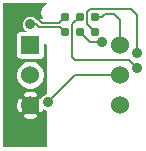
<source format=gbr>
G04 start of page 3 for group 1 idx 1 *
G04 Title: (unknown), solder *
G04 Creator: pcb 20110918 *
G04 CreationDate: Thu 27 Mar 2014 04:48:04 PM GMT UTC *
G04 For: railfan *
G04 Format: Gerber/RS-274X *
G04 PCB-Dimensions: 50000 50000 *
G04 PCB-Coordinate-Origin: lower left *
%MOIN*%
%FSLAX25Y25*%
%LNBOTTOM*%
%ADD30C,0.0390*%
%ADD29C,0.0380*%
%ADD28C,0.0200*%
%ADD27C,0.0360*%
%ADD26C,0.0310*%
%ADD25C,0.0600*%
%ADD24C,0.0080*%
%ADD23C,0.0060*%
%ADD22C,0.0001*%
G54D22*G36*
X9993Y49000D02*X15500D01*
Y48779D01*
X15157Y48637D01*
X14761Y48394D01*
X14408Y48092D01*
X14106Y47739D01*
X13863Y47343D01*
X13686Y46914D01*
X13577Y46463D01*
X13541Y46000D01*
X13577Y45537D01*
X13686Y45086D01*
X13863Y44657D01*
X14106Y44261D01*
X14408Y43908D01*
X14416Y43900D01*
X14000D01*
X13780Y43887D01*
X13566Y43836D01*
X13362Y43751D01*
X13175Y43636D01*
X13007Y43493D01*
X12864Y43325D01*
X12769Y43171D01*
X12638Y43251D01*
X12434Y43336D01*
X12220Y43387D01*
X12198Y43389D01*
X12110Y43533D01*
X11844Y43844D01*
X11533Y44110D01*
X11184Y44324D01*
X10806Y44480D01*
X10408Y44576D01*
X10000Y44608D01*
X9993Y44607D01*
Y49000D01*
G37*
G36*
X15500Y1000D02*X9993D01*
Y10495D01*
X10000Y10495D01*
X10433Y10516D01*
X10863Y10578D01*
X11284Y10682D01*
X11694Y10825D01*
X11800Y10878D01*
X11896Y10947D01*
X11981Y11030D01*
X12051Y11125D01*
X12106Y11231D01*
X12143Y11343D01*
X12163Y11460D01*
X12164Y11579D01*
X12146Y11696D01*
X12110Y11809D01*
X12057Y11915D01*
X11988Y12012D01*
X11905Y12096D01*
X11809Y12167D01*
X11704Y12221D01*
X11592Y12259D01*
X11475Y12278D01*
X11356Y12279D01*
X11239Y12261D01*
X11126Y12223D01*
X10855Y12124D01*
X10575Y12056D01*
X10289Y12014D01*
X10000Y12000D01*
X9993Y12000D01*
Y18000D01*
X10000Y18000D01*
X10289Y17986D01*
X10575Y17944D01*
X10855Y17876D01*
X11128Y17780D01*
X11239Y17742D01*
X11356Y17725D01*
X11474Y17725D01*
X11591Y17745D01*
X11703Y17782D01*
X11807Y17836D01*
X11902Y17906D01*
X11985Y17991D01*
X12054Y18087D01*
X12107Y18192D01*
X12143Y18305D01*
X12160Y18421D01*
X12159Y18539D01*
X12140Y18656D01*
X12103Y18768D01*
X12048Y18873D01*
X11978Y18968D01*
X11894Y19051D01*
X11798Y19119D01*
X11692Y19170D01*
X11284Y19318D01*
X10863Y19422D01*
X10433Y19484D01*
X10000Y19505D01*
X9993Y19505D01*
Y20487D01*
X10000Y20486D01*
X10706Y20542D01*
X11395Y20707D01*
X12049Y20978D01*
X12653Y21348D01*
X13192Y21808D01*
X13652Y22347D01*
X14022Y22951D01*
X14293Y23605D01*
X14458Y24294D01*
X14500Y25000D01*
X14458Y25706D01*
X14293Y26395D01*
X14022Y27049D01*
X13652Y27653D01*
X13192Y28192D01*
X12653Y28652D01*
X12049Y29022D01*
X11395Y29293D01*
X10706Y29458D01*
X10000Y29514D01*
X9993Y29513D01*
Y30507D01*
X13235Y30514D01*
X13465Y30569D01*
X13683Y30659D01*
X13884Y30783D01*
X14064Y30936D01*
X14217Y31116D01*
X14341Y31317D01*
X14431Y31535D01*
X14486Y31765D01*
X14500Y32000D01*
X14491Y35836D01*
X14761Y35606D01*
X15157Y35363D01*
X15500Y35221D01*
Y18760D01*
X15132Y18671D01*
X14725Y18503D01*
X14349Y18272D01*
X14014Y17986D01*
X13728Y17651D01*
X13497Y17275D01*
X13451Y17163D01*
X13421Y17164D01*
X13304Y17146D01*
X13191Y17110D01*
X13085Y17057D01*
X12988Y16988D01*
X12904Y16905D01*
X12833Y16809D01*
X12779Y16704D01*
X12741Y16592D01*
X12722Y16475D01*
X12721Y16356D01*
X12739Y16239D01*
X12777Y16126D01*
X12876Y15855D01*
X12944Y15575D01*
X12986Y15289D01*
X13000Y15000D01*
X12986Y14711D01*
X12944Y14425D01*
X12876Y14145D01*
X12780Y13872D01*
X12742Y13761D01*
X12725Y13644D01*
X12725Y13526D01*
X12745Y13409D01*
X12782Y13297D01*
X12836Y13193D01*
X12906Y13098D01*
X12991Y13015D01*
X13087Y12946D01*
X13192Y12893D01*
X13305Y12857D01*
X13421Y12840D01*
X13539Y12841D01*
X13656Y12860D01*
X13768Y12897D01*
X13873Y12952D01*
X13968Y13022D01*
X14051Y13106D01*
X14119Y13202D01*
X14170Y13308D01*
X14318Y13716D01*
X14326Y13747D01*
X14349Y13728D01*
X14725Y13497D01*
X15132Y13329D01*
X15500Y13240D01*
Y1000D01*
G37*
G36*
X6387Y30630D02*X6535Y30569D01*
X6765Y30514D01*
X7000Y30500D01*
X9993Y30507D01*
Y29513D01*
X9294Y29458D01*
X8605Y29293D01*
X7951Y29022D01*
X7347Y28652D01*
X6808Y28192D01*
X6387Y27698D01*
Y30630D01*
G37*
G36*
Y49000D02*X9993D01*
Y44607D01*
X9592Y44576D01*
X9194Y44480D01*
X8816Y44324D01*
X8467Y44110D01*
X8156Y43844D01*
X7890Y43533D01*
X7676Y43184D01*
X7520Y42806D01*
X7424Y42408D01*
X7392Y42000D01*
X7424Y41592D01*
X7520Y41194D01*
X7676Y40816D01*
X7890Y40467D01*
X8156Y40156D01*
X8467Y39890D01*
X8816Y39676D01*
X9194Y39520D01*
X9310Y39492D01*
X6765Y39486D01*
X6535Y39431D01*
X6387Y39370D01*
Y49000D01*
G37*
G36*
X9993Y1000D02*X6387D01*
Y12849D01*
X6460Y12837D01*
X6579Y12836D01*
X6696Y12854D01*
X6809Y12890D01*
X6915Y12943D01*
X7012Y13012D01*
X7096Y13095D01*
X7167Y13191D01*
X7221Y13296D01*
X7259Y13408D01*
X7278Y13525D01*
X7279Y13644D01*
X7261Y13761D01*
X7223Y13874D01*
X7124Y14145D01*
X7056Y14425D01*
X7014Y14711D01*
X7000Y15000D01*
X7014Y15289D01*
X7056Y15575D01*
X7124Y15855D01*
X7220Y16128D01*
X7258Y16239D01*
X7275Y16356D01*
X7275Y16474D01*
X7255Y16591D01*
X7218Y16703D01*
X7164Y16807D01*
X7094Y16902D01*
X7009Y16985D01*
X6913Y17054D01*
X6808Y17107D01*
X6695Y17143D01*
X6579Y17160D01*
X6461Y17159D01*
X6387Y17147D01*
Y22302D01*
X6808Y21808D01*
X7347Y21348D01*
X7951Y20978D01*
X8605Y20707D01*
X9294Y20542D01*
X9993Y20487D01*
Y19505D01*
X9567Y19484D01*
X9137Y19422D01*
X8716Y19318D01*
X8306Y19175D01*
X8200Y19122D01*
X8104Y19053D01*
X8019Y18970D01*
X7949Y18875D01*
X7894Y18769D01*
X7857Y18657D01*
X7837Y18540D01*
X7836Y18421D01*
X7854Y18304D01*
X7890Y18191D01*
X7943Y18085D01*
X8012Y17988D01*
X8095Y17904D01*
X8191Y17833D01*
X8296Y17779D01*
X8408Y17741D01*
X8525Y17722D01*
X8644Y17721D01*
X8761Y17739D01*
X8874Y17777D01*
X9145Y17876D01*
X9425Y17944D01*
X9711Y17986D01*
X9993Y18000D01*
Y12000D01*
X9711Y12014D01*
X9425Y12056D01*
X9145Y12124D01*
X8872Y12220D01*
X8761Y12258D01*
X8644Y12275D01*
X8526Y12275D01*
X8409Y12255D01*
X8297Y12218D01*
X8193Y12164D01*
X8098Y12094D01*
X8015Y12009D01*
X7946Y11913D01*
X7893Y11808D01*
X7857Y11695D01*
X7840Y11579D01*
X7841Y11461D01*
X7860Y11344D01*
X7897Y11232D01*
X7952Y11127D01*
X8022Y11032D01*
X8106Y10949D01*
X8202Y10881D01*
X8308Y10830D01*
X8716Y10682D01*
X9137Y10578D01*
X9567Y10516D01*
X9993Y10495D01*
Y1000D01*
G37*
G36*
X6387D02*X1000D01*
Y49000D01*
X6387D01*
Y39370D01*
X6317Y39341D01*
X6116Y39217D01*
X5936Y39064D01*
X5783Y38884D01*
X5659Y38683D01*
X5569Y38465D01*
X5514Y38235D01*
X5500Y38000D01*
X5514Y31765D01*
X5569Y31535D01*
X5659Y31317D01*
X5783Y31116D01*
X5936Y30936D01*
X6116Y30783D01*
X6317Y30659D01*
X6387Y30630D01*
Y27698D01*
X6348Y27653D01*
X5978Y27049D01*
X5707Y26395D01*
X5542Y25706D01*
X5486Y25000D01*
X5542Y24294D01*
X5707Y23605D01*
X5978Y22951D01*
X6348Y22347D01*
X6387Y22302D01*
Y17147D01*
X6344Y17140D01*
X6232Y17103D01*
X6127Y17048D01*
X6032Y16978D01*
X5949Y16894D01*
X5881Y16798D01*
X5830Y16692D01*
X5682Y16284D01*
X5578Y15863D01*
X5516Y15433D01*
X5495Y15000D01*
X5516Y14567D01*
X5578Y14137D01*
X5682Y13716D01*
X5825Y13306D01*
X5878Y13200D01*
X5947Y13104D01*
X6030Y13019D01*
X6125Y12949D01*
X6231Y12894D01*
X6343Y12857D01*
X6387Y12849D01*
Y1000D01*
G37*
G54D23*X29000Y46000D02*X30000Y47000D01*
G54D24*X21500Y44500D02*X19500Y42500D01*
X14000D01*
X11000Y45500D01*
X21500Y39500D02*X20000Y41000D01*
X13000D01*
X12000Y42000D01*
X10000D01*
X40000Y43500D02*Y35000D01*
X34000Y36000D02*X30000D01*
X26500Y39500D01*
G54D23*X29000Y42000D02*X31500Y39500D01*
X25000Y30000D02*X43000D01*
G54D24*X31500Y44500D02*X34000D01*
X35000Y45500D01*
X38000D01*
X40000Y43500D01*
G54D23*X29000Y46000D02*Y42000D01*
X24000D02*X26500Y44500D01*
X24000Y42000D02*Y31000D01*
X25000Y30000D01*
X30000Y47000D02*X43500D01*
X45500Y45000D01*
Y32500D01*
X43000Y30000D02*X45500Y27500D01*
G54D24*X40000Y25000D02*X25000D01*
X16000Y16000D01*
G54D25*X40000Y35000D03*
Y25000D03*
Y15000D03*
G54D22*G36*
X7000Y38000D02*Y32000D01*
X13000D01*
Y38000D01*
X7000D01*
G37*
G54D25*X10000Y25000D03*
Y15000D03*
G54D26*X31500Y39500D03*
Y44500D03*
X26500Y39500D03*
Y44500D03*
X21500Y39500D03*
Y44500D03*
G54D27*X10000Y42000D03*
X3500Y46500D03*
X7500D03*
X45500Y27500D03*
Y32500D03*
X34000Y36000D03*
X16000Y16000D03*
G54D28*G54D29*G54D30*G54D29*G54D30*M02*

</source>
